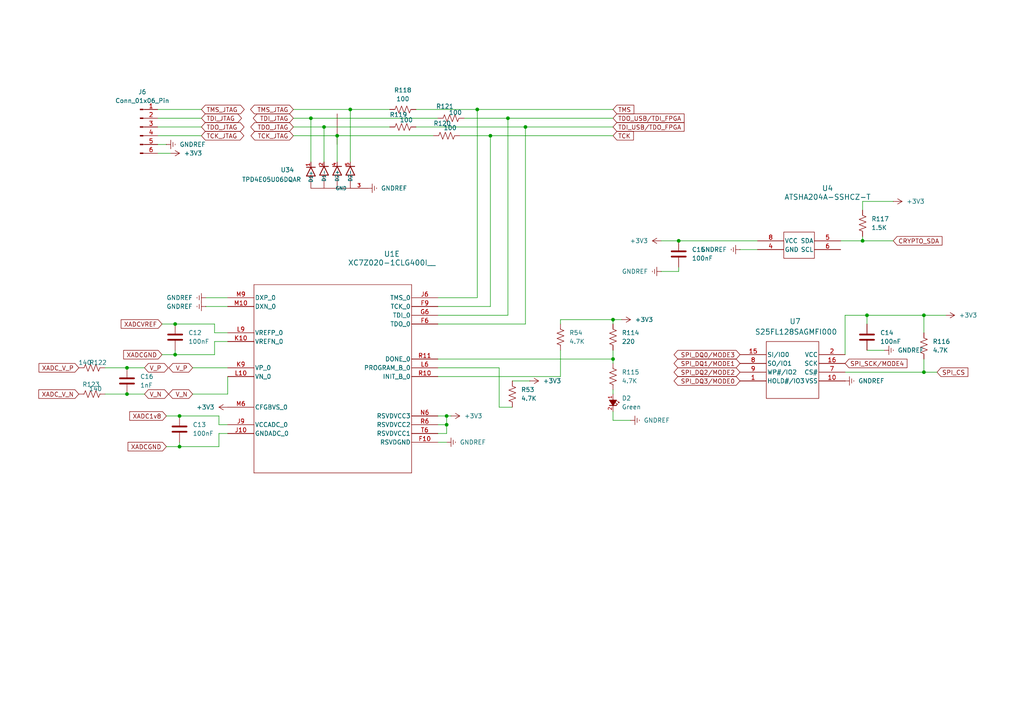
<source format=kicad_sch>
(kicad_sch (version 20231120) (generator "eeschema") (generator_version "8.0")
  (paper "A4")
  (junction (at 97.79 39.37))
  (junction (at 36.83 114.3))
  (junction (at 196.85 69.85))
  (junction (at 50.8 93.98))
  (junction (at 36.83 106.68))
  (junction (at 93.98 36.83))
  (junction (at 147.32 34.29))
  (junction (at 152.4 36.83))
  (junction (at 50.8 102.87))
  (junction (at 129.54 120.65))
  (junction (at 267.97 107.95))
  (junction (at 101.6 31.75))
  (junction (at 177.8 104.14))
  (junction (at 90.17 34.29))
  (junction (at 251.46 91.44))
  (junction (at 250.19 69.85))
  (junction (at 129.54 123.19))
  (junction (at 52.07 120.65))
  (junction (at 52.07 129.54))
  (junction (at 267.97 91.44))
  (junction (at 138.43 31.75))
  (junction (at 142.24 39.37))
  (junction (at 177.8 92.71))
  (wire (pts (xy 191.77 69.85) (xy 196.85 69.85)))
  (wire (pts (xy 46.99 102.87) (xy 50.8 102.87)))
  (wire (pts (xy 63.5 125.73) (xy 63.5 129.54)))
  (wire (pts (xy 245.11 107.95) (xy 267.97 107.95)))
  (wire (pts (xy 59.69 88.9) (xy 66.04 88.9)))
  (wire (pts (xy 245.11 91.44) (xy 251.46 91.44)))
  (wire (pts (xy 250.19 69.85) (xy 243.84 69.85)))
  (wire (pts (xy 138.43 31.75) (xy 177.8 31.75)))
  (wire (pts (xy 250.19 58.42) (xy 259.08 58.42)))
  (wire (pts (xy 66.04 99.06) (xy 62.23 99.06)))
  (wire (pts (xy 177.8 119.38) (xy 177.8 121.92)))
  (wire (pts (xy 30.48 106.68) (xy 36.83 106.68)))
  (wire (pts (xy 251.46 91.44) (xy 251.46 93.98)))
  (wire (pts (xy 63.5 123.19) (xy 63.5 120.65)))
  (wire (pts (xy 162.56 93.98) (xy 162.56 92.71)))
  (wire (pts (xy 267.97 91.44) (xy 274.32 91.44)))
  (wire (pts (xy 127 120.65) (xy 129.54 120.65)))
  (wire (pts (xy 90.17 34.29) (xy 127 34.29)))
  (wire (pts (xy 36.83 106.68) (xy 41.91 106.68)))
  (wire (pts (xy 177.8 93.98) (xy 177.8 92.71)))
  (wire (pts (xy 129.54 125.73) (xy 129.54 123.19)))
  (wire (pts (xy 45.72 31.75) (xy 58.42 31.75)))
  (wire (pts (xy 97.79 39.37) (xy 97.79 46.99)))
  (wire (pts (xy 129.54 123.19) (xy 129.54 120.65)))
  (wire (pts (xy 120.65 31.75) (xy 138.43 31.75)))
  (wire (pts (xy 46.99 93.98) (xy 50.8 93.98)))
  (wire (pts (xy 63.5 123.19) (xy 66.04 123.19)))
  (wire (pts (xy 214.63 72.39) (xy 219.71 72.39)))
  (wire (pts (xy 48.26 120.65) (xy 52.07 120.65)))
  (wire (pts (xy 177.8 92.71) (xy 180.34 92.71)))
  (wire (pts (xy 148.59 118.11) (xy 144.78 118.11)))
  (wire (pts (xy 133.35 39.37) (xy 142.24 39.37)))
  (wire (pts (xy 50.8 102.87) (xy 62.23 102.87)))
  (wire (pts (xy 148.59 110.49) (xy 153.67 110.49)))
  (wire (pts (xy 152.4 36.83) (xy 177.8 36.83)))
  (wire (pts (xy 177.8 113.03) (xy 177.8 114.3)))
  (wire (pts (xy 127 109.22) (xy 162.56 109.22)))
  (wire (pts (xy 101.6 31.75) (xy 113.03 31.75)))
  (wire (pts (xy 127 123.19) (xy 129.54 123.19)))
  (wire (pts (xy 93.98 36.83) (xy 93.98 46.99)))
  (wire (pts (xy 66.04 96.52) (xy 62.23 96.52)))
  (wire (pts (xy 250.19 69.85) (xy 259.08 69.85)))
  (wire (pts (xy 63.5 125.73) (xy 66.04 125.73)))
  (wire (pts (xy 250.19 68.58) (xy 250.19 69.85)))
  (wire (pts (xy 127 91.44) (xy 147.32 91.44)))
  (wire (pts (xy 63.5 120.65) (xy 52.07 120.65)))
  (wire (pts (xy 127 88.9) (xy 142.24 88.9)))
  (wire (pts (xy 120.65 36.83) (xy 152.4 36.83)))
  (wire (pts (xy 250.19 60.96) (xy 250.19 58.42)))
  (wire (pts (xy 127 106.68) (xy 144.78 106.68)))
  (wire (pts (xy 127 125.73) (xy 129.54 125.73)))
  (wire (pts (xy 85.09 39.37) (xy 97.79 39.37)))
  (wire (pts (xy 127 86.36) (xy 138.43 86.36)))
  (wire (pts (xy 177.8 104.14) (xy 177.8 105.41)))
  (wire (pts (xy 85.09 34.29) (xy 90.17 34.29)))
  (wire (pts (xy 196.85 69.85) (xy 219.71 69.85)))
  (wire (pts (xy 85.09 36.83) (xy 93.98 36.83)))
  (wire (pts (xy 52.07 129.54) (xy 52.07 128.27)))
  (wire (pts (xy 152.4 36.83) (xy 152.4 93.98)))
  (wire (pts (xy 45.72 41.91) (xy 48.26 41.91)))
  (wire (pts (xy 127 128.27) (xy 129.54 128.27)))
  (wire (pts (xy 177.8 101.6) (xy 177.8 104.14)))
  (wire (pts (xy 267.97 104.14) (xy 267.97 107.95)))
  (wire (pts (xy 45.72 36.83) (xy 58.42 36.83)))
  (wire (pts (xy 59.69 86.36) (xy 66.04 86.36)))
  (wire (pts (xy 90.17 34.29) (xy 90.17 46.99)))
  (wire (pts (xy 134.62 34.29) (xy 147.32 34.29)))
  (wire (pts (xy 85.09 31.75) (xy 101.6 31.75)))
  (wire (pts (xy 101.6 31.75) (xy 101.6 46.99)))
  (wire (pts (xy 129.54 120.65) (xy 130.81 120.65)))
  (wire (pts (xy 50.8 102.87) (xy 50.8 101.6)))
  (wire (pts (xy 45.72 44.45) (xy 49.53 44.45)))
  (wire (pts (xy 162.56 101.6) (xy 162.56 109.22)))
  (wire (pts (xy 144.78 118.11) (xy 144.78 106.68)))
  (wire (pts (xy 55.88 106.68) (xy 66.04 106.68)))
  (wire (pts (xy 66.04 114.3) (xy 66.04 109.22)))
  (wire (pts (xy 48.26 129.54) (xy 52.07 129.54)))
  (wire (pts (xy 142.24 88.9) (xy 142.24 39.37)))
  (wire (pts (xy 97.79 39.37) (xy 125.73 39.37)))
  (wire (pts (xy 251.46 101.6) (xy 256.54 101.6)))
  (wire (pts (xy 93.98 36.83) (xy 113.03 36.83)))
  (wire (pts (xy 45.72 34.29) (xy 58.42 34.29)))
  (wire (pts (xy 52.07 129.54) (xy 63.5 129.54)))
  (wire (pts (xy 147.32 34.29) (xy 177.8 34.29)))
  (wire (pts (xy 251.46 91.44) (xy 267.97 91.44)))
  (wire (pts (xy 196.85 78.74) (xy 196.85 77.47)))
  (wire (pts (xy 267.97 107.95) (xy 271.78 107.95)))
  (wire (pts (xy 191.77 78.74) (xy 196.85 78.74)))
  (wire (pts (xy 127 104.14) (xy 177.8 104.14)))
  (wire (pts (xy 177.8 121.92) (xy 182.88 121.92)))
  (wire (pts (xy 30.48 114.3) (xy 36.83 114.3)))
  (wire (pts (xy 55.88 114.3) (xy 66.04 114.3)))
  (wire (pts (xy 62.23 93.98) (xy 50.8 93.98)))
  (wire (pts (xy 127 93.98) (xy 152.4 93.98)))
  (wire (pts (xy 62.23 96.52) (xy 62.23 93.98)))
  (wire (pts (xy 36.83 114.3) (xy 41.91 114.3)))
  (wire (pts (xy 138.43 86.36) (xy 138.43 31.75)))
  (wire (pts (xy 45.72 39.37) (xy 58.42 39.37)))
  (wire (pts (xy 267.97 91.44) (xy 267.97 96.52)))
  (wire (pts (xy 147.32 91.44) (xy 147.32 34.29)))
  (wire (pts (xy 142.24 39.37) (xy 177.8 39.37)))
  (wire (pts (xy 245.11 102.87) (xy 245.11 91.44)))
  (wire (pts (xy 162.56 92.71) (xy 177.8 92.71)))
  (wire (pts (xy 62.23 99.06) (xy 62.23 102.87)))
  (global_label "SPI_DQ1{slash}MODE1" (shape bidirectional) (at 214.63 105.41 180) (property "Intersheetrefs" "${INTERSHEET_REFS}" (effects (hide yes))))
  (global_label "TDO_USB{slash}TDI_FPGA" (shape input) (at 177.8 34.29 0) (property "Intersheetrefs" "${INTERSHEET_REFS}" (effects (hide yes))))
  (global_label "XADCGND" (shape input) (at 46.99 102.87 180) (property "Intersheetrefs" "${INTERSHEET_REFS}" (effects (hide yes))))
  (global_label "SPI_CS" (shape input) (at 271.78 107.95 0) (property "Intersheetrefs" "${INTERSHEET_REFS}" (effects (hide yes))))
  (global_label "SPI_SCK{slash}MODE4" (shape input) (at 245.11 105.41 0) (property "Intersheetrefs" "${INTERSHEET_REFS}" (effects (hide yes))))
  (global_label "TCK_JTAG" (shape bidirectional) (at 58.42 39.37 0) (property "Intersheetrefs" "${INTERSHEET_REFS}" (effects (hide yes))))
  (global_label "TDO_JTAG" (shape bidirectional) (at 58.42 36.83 0) (property "Intersheetrefs" "${INTERSHEET_REFS}" (effects (hide yes))))
  (global_label "XADC1v8" (shape input) (at 48.26 120.65 180) (property "Intersheetrefs" "${INTERSHEET_REFS}" (effects (hide yes))))
  (global_label "TMS_JTAG" (shape bidirectional) (at 85.09 31.75 180) (property "Intersheetrefs" "${INTERSHEET_REFS}" (effects (hide yes))))
  (global_label "TDO_JTAG" (shape bidirectional) (at 85.09 36.83 180) (property "Intersheetrefs" "${INTERSHEET_REFS}" (effects (hide yes))))
  (global_label "V_N" (shape bidirectional) (at 41.91 114.3 0) (property "Intersheetrefs" "${INTERSHEET_REFS}" (effects (hide yes))))
  (global_label "TDI_JTAG" (shape bidirectional) (at 85.09 34.29 180) (property "Intersheetrefs" "${INTERSHEET_REFS}" (effects (hide yes))))
  (global_label "V_P" (shape bidirectional) (at 41.91 106.68 0) (property "Intersheetrefs" "${INTERSHEET_REFS}" (effects (hide yes))))
  (global_label "SPI_DQ3{slash}MODE0" (shape bidirectional) (at 214.63 110.49 180) (property "Intersheetrefs" "${INTERSHEET_REFS}" (effects (hide yes))))
  (global_label "TMS" (shape input) (at 177.8 31.75 0) (property "Intersheetrefs" "${INTERSHEET_REFS}" (effects (hide yes))))
  (global_label "TDI_JTAG" (shape bidirectional) (at 58.42 34.29 0) (property "Intersheetrefs" "${INTERSHEET_REFS}" (effects (hide yes))))
  (global_label "XADCGND" (shape input) (at 48.26 129.54 180) (property "Intersheetrefs" "${INTERSHEET_REFS}" (effects (hide yes))))
  (global_label "TCK" (shape input) (at 177.8 39.37 0) (property "Intersheetrefs" "${INTERSHEET_REFS}" (effects (hide yes))))
  (global_label "V_P" (shape bidirectional) (at 55.88 106.68 180) (property "Intersheetrefs" "${INTERSHEET_REFS}" (effects (hide yes))))
  (global_label "XADC_V_N" (shape input) (at 22.86 114.3 180) (property "Intersheetrefs" "${INTERSHEET_REFS}" (effects (hide yes))))
  (global_label "CRYPTO_SDA" (shape input) (at 259.08 69.85 0) (property "Intersheetrefs" "${INTERSHEET_REFS}" (effects (hide yes))))
  (global_label "TMS_JTAG" (shape bidirectional) (at 58.42 31.75 0) (property "Intersheetrefs" "${INTERSHEET_REFS}" (effects (hide yes))))
  (global_label "TDI_USB{slash}TDO_FPGA" (shape input) (at 177.8 36.83 0) (property "Intersheetrefs" "${INTERSHEET_REFS}" (effects (hide yes))))
  (global_label "XADC_V_P" (shape input) (at 22.86 106.68 180) (property "Intersheetrefs" "${INTERSHEET_REFS}" (effects (hide yes))))
  (global_label "SPI_DQ2{slash}MODE2" (shape bidirectional) (at 214.63 107.95 180) (property "Intersheetrefs" "${INTERSHEET_REFS}" (effects (hide yes))))
  (global_label "V_N" (shape bidirectional) (at 55.88 114.3 180) (property "Intersheetrefs" "${INTERSHEET_REFS}" (effects (hide yes))))
  (global_label "TCK_JTAG" (shape bidirectional) (at 85.09 39.37 180) (property "Intersheetrefs" "${INTERSHEET_REFS}" (effects (hide yes))))
  (global_label "SPI_DQ0{slash}MODE3" (shape bidirectional) (at 214.63 102.87 180) (property "Intersheetrefs" "${INTERSHEET_REFS}" (effects (hide yes))))
  (global_label "XADCVREF" (shape input) (at 46.99 93.98 180) (property "Intersheetrefs" "${INTERSHEET_REFS}" (effects (hide yes))))
  (symbol (lib_name "ATSHA204A-SSHCZ-T_1") (lib_id "ATSHA204A_SSHCZ_T:ATSHA204A-SSHCZ-T") (at 219.71 64.77 0) (unit 1)
    (property "Reference" "U4" (at 240.03 54.61 0) (effects (font (size 1.524 1.524))))
    (property "Value" "ATSHA204A-SSHCZ-T" (at 240.03 57.15 0) (effects (font (size 1.524 1.524))))
    (property "Footprint" "footprints:SOIC8_4P9X3P9MC_MCH" (effects (hide yes)))
    (property "Datasheet" "ATSHA204A-SSHCZ-T" (effects (hide yes)))
  )
  (symbol (lib_id "power:GNDREF") (at 59.69 88.9 270) (unit 1)
    (property "Reference" "#PWR0153" (effects (hide yes)))
    (property "Value" "GNDREF" (at 55.88 88.8999 90) (effects (justify right)))
    (property "Description" "Power symbol creates a global label with name \"GNDREF\" , reference supply ground" (effects (hide yes)))
  )
  (symbol (lib_id "power:GNDREF") (at 106.68 54.61 90) (unit 1)
    (property "Reference" "#PWR097" (effects (hide yes)))
    (property "Value" "GNDREF" (at 110.49 54.6099 90) (effects (justify right)))
    (property "Description" "Power symbol creates a global label with name \"GNDREF\" , reference supply ground" (effects (hide yes)))
  )
  (symbol (lib_id "power:+3V3") (at 66.04 118.11 90) (unit 1)
    (property "Reference" "#PWR0137" (effects (hide yes)))
    (property "Value" "+3V3" (at 62.23 118.1099 90) (effects (justify left)))
    (property "Description" "Power symbol creates a global label with name \"+3V3\"" (effects (hide yes)))
  )
  (symbol (lib_id "Device:C") (at 196.85 73.66 0) (unit 1)
    (property "Reference" "C15" (at 200.66 72.3899 0) (effects (justify left)))
    (property "Value" "100nF" (at 200.66 74.9299 0) (effects (justify left)))
    (property "Footprint" "footprints:C_0402" (effects (hide yes)))
    (property "Description" "Unpolarized capacitor" (effects (hide yes)))
  )
  (symbol (lib_id "Device:R_US") (at 116.84 31.75 90) (unit 1)
    (property "Reference" "R118" (at 116.84 26.1582 90))
    (property "Value" "100" (at 116.84 28.6982 90))
    (property "Footprint" "footprints:R_0402" (effects (hide yes)))
    (property "Description" "Resistor, US symbol" (effects (hide yes)))
  )
  (symbol (lib_id "Device:R_US") (at 130.81 34.29 90) (unit 1)
    (property "Reference" "R121" (at 129.032 30.8581 90))
    (property "Value" "100" (at 132.08 32.6361 90))
    (property "Footprint" "footprints:R_0402" (effects (hide yes)))
    (property "Description" "Resistor, US symbol" (effects (hide yes)))
  )
  (symbol (lib_id "Device:R_US") (at 116.84 36.83 90) (unit 1)
    (property "Reference" "R119" (at 115.57 33.274 90))
    (property "Value" "100" (at 117.856 34.798 90))
    (property "Footprint" "footprints:R_0402" (effects (hide yes)))
    (property "Description" "Resistor, US symbol" (effects (hide yes)))
  )
  (symbol (lib_id "power:GNDREF") (at 129.54 128.27 90) (unit 1)
    (property "Reference" "#PWR0138" (effects (hide yes)))
    (property "Value" "GNDREF" (at 133.35 128.2699 90) (effects (justify right)))
    (property "Description" "Power symbol creates a global label with name \"GNDREF\" , reference supply ground" (effects (hide yes)))
  )
  (symbol (lib_id "Device:R_US") (at 250.19 64.77 0) (unit 1)
    (property "Reference" "R117" (at 252.73 63.4999 0) (effects (justify left)))
    (property "Value" "1.5K" (at 252.73 66.0399 0) (effects (justify left)))
    (property "Footprint" "footprints:R_0402" (effects (hide yes)))
    (property "Description" "Resistor, US symbol" (effects (hide yes)))
  )
  (symbol (lib_id "power:GNDREF") (at 59.69 86.36 270) (unit 1)
    (property "Reference" "#PWR0136" (effects (hide yes)))
    (property "Value" "GNDREF" (at 55.88 86.3599 90) (effects (justify right)))
    (property "Description" "Power symbol creates a global label with name \"GNDREF\" , reference supply ground" (effects (hide yes)))
  )
  (symbol (lib_id "Device:R_US") (at 26.67 106.68 90) (unit 1)
    (property "Reference" "R122" (at 28.448 105.156 90))
    (property "Value" "140" (at 24.638 105.156 90))
    (property "Footprint" "footprints:R_0402" (effects (hide yes)))
    (property "Description" "Resistor, US symbol" (effects (hide yes)))
  )
  (symbol (lib_id "TPD4E05U06DQAR:TPD4E05U06DQAR") (at 97.79 46.99 0) (unit 1)
    (property "Reference" "U34" (at 85.344 49.276 0) (effects (justify right)))
    (property "Value" "TPD4E05U06DQAR" (at 87.376 52.07 0) (effects (justify right)))
    (property "Footprint" "footprints:IC_TPD4E05U06DQAR" (effects (hide yes)))
    (property "PARTREV" "N" (effects (hide yes)))
    (property "SNAPEDA_PN" "TPD4E05U06DQAR" (effects (hide yes)))
    (property "MANUFACTURER" "Texas Instruments" (effects (hide yes)))
    (property "MAXIMUM_PACKAGE_HEIGHT" "0.55 mm" (effects (hide yes)))
    (property "STANDARD" "Manufacturer Recommendations" (effects (hide yes)))
  )
  (symbol (lib_id "Device:R_US") (at 26.67 114.3 90) (unit 1)
    (property "Reference" "R123" (at 26.416 111.506 90))
    (property "Value" "140" (at 27.686 112.776 90))
    (property "Footprint" "footprints:R_0402" (effects (hide yes)))
    (property "Description" "Resistor, US symbol" (effects (hide yes)))
  )
  (symbol (lib_id "power:GNDREF") (at 245.11 110.49 90) (unit 1)
    (property "Reference" "#PWR0143" (effects (hide yes)))
    (property "Value" "GNDREF" (at 248.92 110.4899 90) (effects (justify right)))
    (property "Description" "Power symbol creates a global label with name \"GNDREF\" , reference supply ground" (effects (hide yes)))
  )
  (symbol (lib_id "Device:C") (at 52.07 124.46 0) (unit 1)
    (property "Reference" "C13" (at 55.88 123.1899 0) (effects (justify left)))
    (property "Value" "100nF" (at 55.88 125.7299 0) (effects (justify left)))
    (property "Footprint" "footprints:C_0402" (effects (hide yes)))
    (property "Description" "Unpolarized capacitor" (effects (hide yes)))
  )
  (symbol (lib_id "power:+3V3") (at 49.53 44.45 270) (unit 1)
    (property "Reference" "#PWR0151" (effects (hide yes)))
    (property "Value" "+3V3" (at 53.34 44.4499 90) (effects (justify left)))
    (property "Description" "Power symbol creates a global label with name \"+3V3\"" (effects (hide yes)))
  )
  (symbol (lib_id "power:GNDREF") (at 256.54 101.6 90) (unit 1)
    (property "Reference" "#PWR0145" (effects (hide yes)))
    (property "Value" "GNDREF" (at 260.35 101.5999 90) (effects (justify right)))
    (property "Description" "Power symbol creates a global label with name \"GNDREF\" , reference supply ground" (effects (hide yes)))
  )
  (symbol (lib_id "S25FL128SAGMFI000:S25FL128SAGMFI000") (at 199.39 99.06 0) (unit 1)
    (property "Reference" "U7" (at 230.632 93.218 0) (effects (font (size 1.524 1.524))))
    (property "Value" "S25FL128SAGMFI000" (at 230.886 96.266 0) (effects (font (size 1.524 1.524))))
    (property "Footprint" "footprints:SO3016_INF" (effects (hide yes)))
    (property "Datasheet" "S25FL128SAGMFI000" (effects (hide yes)))
  )
  (symbol (lib_id "power:+3V3") (at 191.77 69.85 90) (unit 1)
    (property "Reference" "#PWR0148" (effects (hide yes)))
    (property "Value" "+3V3" (at 187.96 69.8499 90) (effects (justify left)))
    (property "Description" "Power symbol creates a global label with name \"+3V3\"" (effects (hide yes)))
  )
  (symbol (lib_id "power:+3V3") (at 130.81 120.65 270) (unit 1)
    (property "Reference" "#PWR0139" (effects (hide yes)))
    (property "Value" "+3V3" (at 134.62 120.6499 90) (effects (justify left)))
    (property "Description" "Power symbol creates a global label with name \"+3V3\"" (effects (hide yes)))
  )
  (symbol (lib_id "power:+3V3") (at 274.32 91.44 270) (unit 1)
    (property "Reference" "#PWR0144" (effects (hide yes)))
    (property "Value" "+3V3" (at 278.13 91.4399 90) (effects (justify left)))
    (property "Description" "Power symbol creates a global label with name \"+3V3\"" (effects (hide yes)))
  )
  (symbol (lib_id "power:GNDREF") (at 182.88 121.92 90) (unit 1)
    (property "Reference" "#PWR0142" (effects (hide yes)))
    (property "Value" "GNDREF" (at 186.69 121.9199 90) (effects (justify right)))
    (property "Description" "Power symbol creates a global label with name \"GNDREF\" , reference supply ground" (effects (hide yes)))
  )
  (symbol (lib_id "Aquiot:LED") (at 177.8 116.84 270) (unit 1)
    (property "Reference" "D2" (at 180.34 115.5064 90) (effects (justify left)))
    (property "Value" "Green" (at 180.34 118.0464 90) (effects (justify left)))
    (property "Footprint" "footprints:LED_0402_1005Metric" (effects (hide yes)))
    (property "Description" "Light emitting diode, small symbol, filled shape" (effects (hide yes)))
  )
  (symbol (lib_id "Device:R_US") (at 177.8 97.79 0) (unit 1)
    (property "Reference" "R114" (at 180.34 96.5199 0) (effects (justify left)))
    (property "Value" "220" (at 180.34 99.0599 0) (effects (justify left)))
    (property "Footprint" "footprints:R_0402" (effects (hide yes)))
    (property "Description" "Resistor, US symbol" (effects (hide yes)))
  )
  (symbol (lib_id "Device:R_US") (at 129.54 39.37 90) (unit 1)
    (property "Reference" "R120" (at 128.27 35.814 90))
    (property "Value" "100" (at 130.556 37.084 90))
    (property "Footprint" "footprints:R_0402" (effects (hide yes)))
    (property "Description" "Resistor, US symbol" (effects (hide yes)))
  )
  (symbol (lib_id "Connector:Conn_01x06_Pin") (at 40.64 36.83 0) (unit 1)
    (property "Reference" "J6" (at 41.275 26.67 0))
    (property "Value" "Conn_01x06_Pin" (at 41.275 29.21 0))
    (property "Footprint" "footprints:CONN6_PZ254V-11-06P_XFC" (effects (hide yes)))
    (property "Description" "Generic connector, single row, 01x06, script generated" (effects (hide yes)))
  )
  (symbol (lib_id "xc7z020-1clg400i_complete:XC7Z020-1CLG400I__") (at 66.04 90.17 0) (unit 5)
    (property "Reference" "U1" (at 113.665 73.66 0) (effects (font (size 1.524 1.524))))
    (property "Value" "XC7Z020-1CLG400I__" (at 113.665 76.2 0) (effects (font (size 1.524 1.524))))
    (property "Footprint" "footprints:CLG400_ZYNQ-7000_AMD" (effects (hide yes)))
    (property "Datasheet" "XC7Z020-1CLG400I" (effects (hide yes)))
  )
  (symbol (lib_id "Device:R_US") (at 148.59 114.3 0) (unit 1)
    (property "Reference" "R53" (at 151.13 113.0299 0) (effects (justify left)))
    (property "Value" "4.7K" (at 151.13 115.5699 0) (effects (justify left)))
    (property "Footprint" "footprints:R_0402" (effects (hide yes)))
    (property "Description" "Resistor, US symbol" (effects (hide yes)))
  )
  (symbol (lib_id "Device:C") (at 36.83 110.49 0) (unit 1)
    (property "Reference" "C16" (at 40.64 109.2199 0) (effects (justify left)))
    (property "Value" "1nF" (at 40.64 111.7599 0) (effects (justify left)))
    (property "Footprint" "footprints:C_0402" (effects (hide yes)))
    (property "Description" "Unpolarized capacitor" (effects (hide yes)))
  )
  (symbol (lib_id "power:+3V3") (at 259.08 58.42 270) (unit 1)
    (property "Reference" "#PWR0146" (effects (hide yes)))
    (property "Value" "+3V3" (at 262.89 58.4199 90) (effects (justify left)))
    (property "Description" "Power symbol creates a global label with name \"+3V3\"" (effects (hide yes)))
  )
  (symbol (lib_id "power:+3V3") (at 153.67 110.49 270) (unit 1)
    (property "Reference" "#PWR0140" (effects (hide yes)))
    (property "Value" "+3V3" (at 157.48 110.4899 90) (effects (justify left)))
    (property "Description" "Power symbol creates a global label with name \"+3V3\"" (effects (hide yes)))
  )
  (symbol (lib_id "power:GNDREF") (at 214.63 72.39 270) (unit 1)
    (property "Reference" "#PWR0147" (effects (hide yes)))
    (property "Value" "GNDREF" (at 210.82 72.3899 90) (effects (justify right)))
    (property "Description" "Power symbol creates a global label with name \"GNDREF\" , reference supply ground" (effects (hide yes)))
  )
  (symbol (lib_id "power:GNDREF") (at 191.77 78.74 270) (unit 1)
    (property "Reference" "#PWR0149" (effects (hide yes)))
    (property "Value" "GNDREF" (at 187.96 78.7399 90) (effects (justify right)))
    (property "Description" "Power symbol creates a global label with name \"GNDREF\" , reference supply ground" (effects (hide yes)))
  )
  (symbol (lib_id "Device:R_US") (at 267.97 100.33 0) (unit 1)
    (property "Reference" "R116" (at 270.51 99.0599 0) (effects (justify left)))
    (property "Value" "4.7K" (at 270.51 101.5999 0) (effects (justify left)))
    (property "Footprint" "footprints:R_0402" (effects (hide yes)))
    (property "Description" "Resistor, US symbol" (effects (hide yes)))
  )
  (symbol (lib_id "power:GNDREF") (at 48.26 41.91 90) (unit 1)
    (property "Reference" "#PWR0150" (effects (hide yes)))
    (property "Value" "GNDREF" (at 52.07 41.9099 90) (effects (justify right)))
    (property "Description" "Power symbol creates a global label with name \"GNDREF\" , reference supply ground" (effects (hide yes)))
  )
  (symbol (lib_id "Device:R_US") (at 162.56 97.79 0) (unit 1)
    (property "Reference" "R54" (at 165.1 96.5199 0) (effects (justify left)))
    (property "Value" "4.7K" (at 165.1 99.0599 0) (effects (justify left)))
    (property "Footprint" "footprints:R_0402" (effects (hide yes)))
    (property "Description" "Resistor, US symbol" (effects (hide yes)))
  )
  (symbol (lib_id "power:+3V3") (at 180.34 92.71 270) (unit 1)
    (property "Reference" "#PWR0141" (effects (hide yes)))
    (property "Value" "+3V3" (at 184.15 92.7099 90) (effects (justify left)))
    (property "Description" "Power symbol creates a global label with name \"+3V3\"" (effects (hide yes)))
  )
  (symbol (lib_id "Device:C") (at 50.8 97.79 0) (unit 1)
    (property "Reference" "C12" (at 54.61 96.5199 0) (effects (justify left)))
    (property "Value" "100nF" (at 54.61 99.0599 0) (effects (justify left)))
    (property "Footprint" "footprints:C_0402" (effects (hide yes)))
    (property "Description" "Unpolarized capacitor" (effects (hide yes)))
  )
  (symbol (lib_id "Device:C") (at 251.46 97.79 0) (unit 1)
    (property "Reference" "C14" (at 255.27 96.5199 0) (effects (justify left)))
    (property "Value" "100nF" (at 255.27 99.0599 0) (effects (justify left)))
    (property "Footprint" "footprints:C_0402" (effects (hide yes)))
    (property "Description" "Unpolarized capacitor" (effects (hide yes)))
  )
  (symbol (lib_id "Device:R_US") (at 177.8 109.22 0) (unit 1)
    (property "Reference" "R115" (at 180.34 107.9499 0) (effects (justify left)))
    (property "Value" "4.7K" (at 180.34 110.4899 0) (effects (justify left)))
    (property "Footprint" "footprints:R_0402" (effects (hide yes)))
    (property "Description" "Resistor, US symbol" (effects (hide yes)))
  )
)
</source>
